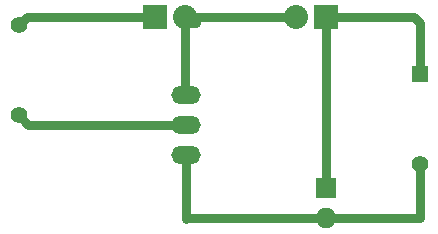
<source format=gbr>
G04 #@! TF.FileFunction,Copper,L2,Bot,Signal*
%FSLAX46Y46*%
G04 Gerber Fmt 4.6, Leading zero omitted, Abs format (unit mm)*
G04 Created by KiCad (PCBNEW 4.0.7) date 07/21/18 23:28:47*
%MOMM*%
%LPD*%
G01*
G04 APERTURE LIST*
%ADD10C,0.100000*%
%ADD11O,2.499360X1.501140*%
%ADD12R,1.397000X1.397000*%
%ADD13C,1.397000*%
%ADD14R,1.727200X1.727200*%
%ADD15O,1.727200X1.727200*%
%ADD16R,2.032000X2.032000*%
%ADD17O,2.032000X2.032000*%
%ADD18C,0.800000*%
G04 APERTURE END LIST*
D10*
D11*
X151130000Y-104140000D03*
X151130000Y-101600000D03*
X151130000Y-106680000D03*
D12*
X170942000Y-99822000D03*
D13*
X170942000Y-107442000D03*
D14*
X163000000Y-109500000D03*
D15*
X163000000Y-112040000D03*
D16*
X163000000Y-95000000D03*
D17*
X160460000Y-95000000D03*
D16*
X148500000Y-95000000D03*
D17*
X151040000Y-95000000D03*
D13*
X137000000Y-95690000D03*
X137000000Y-103310000D03*
D18*
X163000000Y-95000000D02*
X163000000Y-109500000D01*
X163000000Y-95000000D02*
X170438000Y-95000000D01*
X170942000Y-95504000D02*
X170942000Y-99822000D01*
X170438000Y-95000000D02*
X170942000Y-95504000D01*
X163000000Y-112040000D02*
X170916000Y-112040000D01*
X170942000Y-112014000D02*
X170942000Y-107442000D01*
X170916000Y-112040000D02*
X170942000Y-112014000D01*
X151130000Y-106680000D02*
X151130000Y-112130000D01*
X151220000Y-112040000D02*
X163000000Y-112040000D01*
X151130000Y-112130000D02*
X151220000Y-112040000D01*
X151040000Y-95000000D02*
X151040000Y-101510000D01*
X151040000Y-101510000D02*
X151130000Y-101600000D01*
X159960000Y-95000000D02*
X151040000Y-95000000D01*
X151040000Y-95000000D02*
X151540000Y-95500000D01*
X151540000Y-95500000D02*
X152000000Y-95500000D01*
X148500000Y-95000000D02*
X137690000Y-95000000D01*
X137690000Y-95000000D02*
X137000000Y-95690000D01*
X151130000Y-104140000D02*
X137830000Y-104140000D01*
X137830000Y-104140000D02*
X137000000Y-103310000D01*
M02*

</source>
